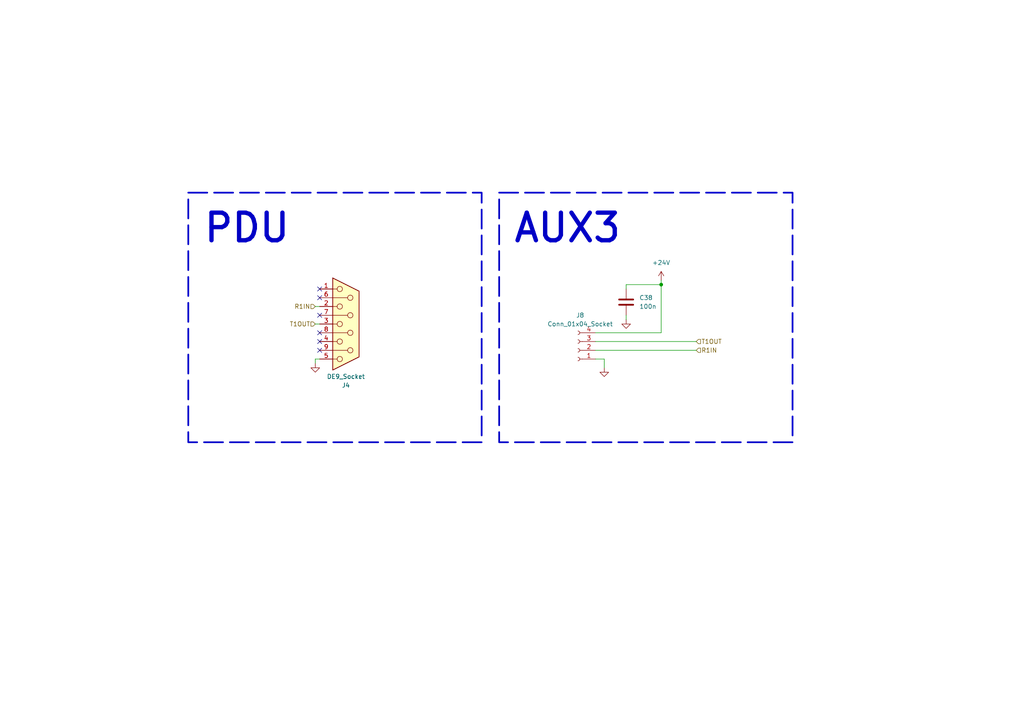
<source format=kicad_sch>
(kicad_sch
	(version 20250114)
	(generator "eeschema")
	(generator_version "9.0")
	(uuid "729751dd-990a-4407-bd16-fbf3e4487ece")
	(paper "A4")
	(lib_symbols
		(symbol "Connector:Conn_01x04_Socket"
			(pin_names
				(offset 1.016)
				(hide yes)
			)
			(exclude_from_sim no)
			(in_bom yes)
			(on_board yes)
			(property "Reference" "J"
				(at 0 5.08 0)
				(effects
					(font
						(size 1.27 1.27)
					)
				)
			)
			(property "Value" "Conn_01x04_Socket"
				(at 0 -7.62 0)
				(effects
					(font
						(size 1.27 1.27)
					)
				)
			)
			(property "Footprint" ""
				(at 0 0 0)
				(effects
					(font
						(size 1.27 1.27)
					)
					(hide yes)
				)
			)
			(property "Datasheet" "~"
				(at 0 0 0)
				(effects
					(font
						(size 1.27 1.27)
					)
					(hide yes)
				)
			)
			(property "Description" "Generic connector, single row, 01x04, script generated"
				(at 0 0 0)
				(effects
					(font
						(size 1.27 1.27)
					)
					(hide yes)
				)
			)
			(property "ki_locked" ""
				(at 0 0 0)
				(effects
					(font
						(size 1.27 1.27)
					)
				)
			)
			(property "ki_keywords" "connector"
				(at 0 0 0)
				(effects
					(font
						(size 1.27 1.27)
					)
					(hide yes)
				)
			)
			(property "ki_fp_filters" "Connector*:*_1x??_*"
				(at 0 0 0)
				(effects
					(font
						(size 1.27 1.27)
					)
					(hide yes)
				)
			)
			(symbol "Conn_01x04_Socket_1_1"
				(polyline
					(pts
						(xy -1.27 2.54) (xy -0.508 2.54)
					)
					(stroke
						(width 0.1524)
						(type default)
					)
					(fill
						(type none)
					)
				)
				(polyline
					(pts
						(xy -1.27 0) (xy -0.508 0)
					)
					(stroke
						(width 0.1524)
						(type default)
					)
					(fill
						(type none)
					)
				)
				(polyline
					(pts
						(xy -1.27 -2.54) (xy -0.508 -2.54)
					)
					(stroke
						(width 0.1524)
						(type default)
					)
					(fill
						(type none)
					)
				)
				(polyline
					(pts
						(xy -1.27 -5.08) (xy -0.508 -5.08)
					)
					(stroke
						(width 0.1524)
						(type default)
					)
					(fill
						(type none)
					)
				)
				(arc
					(start 0 2.032)
					(mid -0.5058 2.54)
					(end 0 3.048)
					(stroke
						(width 0.1524)
						(type default)
					)
					(fill
						(type none)
					)
				)
				(arc
					(start 0 -0.508)
					(mid -0.5058 0)
					(end 0 0.508)
					(stroke
						(width 0.1524)
						(type default)
					)
					(fill
						(type none)
					)
				)
				(arc
					(start 0 -3.048)
					(mid -0.5058 -2.54)
					(end 0 -2.032)
					(stroke
						(width 0.1524)
						(type default)
					)
					(fill
						(type none)
					)
				)
				(arc
					(start 0 -5.588)
					(mid -0.5058 -5.08)
					(end 0 -4.572)
					(stroke
						(width 0.1524)
						(type default)
					)
					(fill
						(type none)
					)
				)
				(pin passive line
					(at -5.08 2.54 0)
					(length 3.81)
					(name "Pin_1"
						(effects
							(font
								(size 1.27 1.27)
							)
						)
					)
					(number "1"
						(effects
							(font
								(size 1.27 1.27)
							)
						)
					)
				)
				(pin passive line
					(at -5.08 0 0)
					(length 3.81)
					(name "Pin_2"
						(effects
							(font
								(size 1.27 1.27)
							)
						)
					)
					(number "2"
						(effects
							(font
								(size 1.27 1.27)
							)
						)
					)
				)
				(pin passive line
					(at -5.08 -2.54 0)
					(length 3.81)
					(name "Pin_3"
						(effects
							(font
								(size 1.27 1.27)
							)
						)
					)
					(number "3"
						(effects
							(font
								(size 1.27 1.27)
							)
						)
					)
				)
				(pin passive line
					(at -5.08 -5.08 0)
					(length 3.81)
					(name "Pin_4"
						(effects
							(font
								(size 1.27 1.27)
							)
						)
					)
					(number "4"
						(effects
							(font
								(size 1.27 1.27)
							)
						)
					)
				)
			)
			(embedded_fonts no)
		)
		(symbol "Connector:DE9_Socket"
			(pin_names
				(offset 1.016)
				(hide yes)
			)
			(exclude_from_sim no)
			(in_bom yes)
			(on_board yes)
			(property "Reference" "J"
				(at 0 13.97 0)
				(effects
					(font
						(size 1.27 1.27)
					)
				)
			)
			(property "Value" "DE9_Socket"
				(at 0 -14.605 0)
				(effects
					(font
						(size 1.27 1.27)
					)
				)
			)
			(property "Footprint" ""
				(at 0 0 0)
				(effects
					(font
						(size 1.27 1.27)
					)
					(hide yes)
				)
			)
			(property "Datasheet" "~"
				(at 0 0 0)
				(effects
					(font
						(size 1.27 1.27)
					)
					(hide yes)
				)
			)
			(property "Description" "9-pin D-SUB connector, socket (female)"
				(at 0 0 0)
				(effects
					(font
						(size 1.27 1.27)
					)
					(hide yes)
				)
			)
			(property "ki_keywords" "DSUB DB9"
				(at 0 0 0)
				(effects
					(font
						(size 1.27 1.27)
					)
					(hide yes)
				)
			)
			(property "ki_fp_filters" "DSUB*Socket*"
				(at 0 0 0)
				(effects
					(font
						(size 1.27 1.27)
					)
					(hide yes)
				)
			)
			(symbol "DE9_Socket_0_1"
				(polyline
					(pts
						(xy -3.81 13.335) (xy -3.81 -13.335) (xy 3.81 -9.525) (xy 3.81 9.525) (xy -3.81 13.335)
					)
					(stroke
						(width 0.254)
						(type default)
					)
					(fill
						(type background)
					)
				)
				(polyline
					(pts
						(xy -3.81 10.16) (xy -2.54 10.16)
					)
					(stroke
						(width 0)
						(type default)
					)
					(fill
						(type none)
					)
				)
				(polyline
					(pts
						(xy -3.81 7.62) (xy 0.508 7.62)
					)
					(stroke
						(width 0)
						(type default)
					)
					(fill
						(type none)
					)
				)
				(polyline
					(pts
						(xy -3.81 5.08) (xy -2.54 5.08)
					)
					(stroke
						(width 0)
						(type default)
					)
					(fill
						(type none)
					)
				)
				(polyline
					(pts
						(xy -3.81 2.54) (xy 0.508 2.54)
					)
					(stroke
						(width 0)
						(type default)
					)
					(fill
						(type none)
					)
				)
				(polyline
					(pts
						(xy -3.81 0) (xy -2.54 0)
					)
					(stroke
						(width 0)
						(type default)
					)
					(fill
						(type none)
					)
				)
				(polyline
					(pts
						(xy -3.81 -2.54) (xy 0.508 -2.54)
					)
					(stroke
						(width 0)
						(type default)
					)
					(fill
						(type none)
					)
				)
				(polyline
					(pts
						(xy -3.81 -5.08) (xy -2.54 -5.08)
					)
					(stroke
						(width 0)
						(type default)
					)
					(fill
						(type none)
					)
				)
				(polyline
					(pts
						(xy -3.81 -7.62) (xy 0.508 -7.62)
					)
					(stroke
						(width 0)
						(type default)
					)
					(fill
						(type none)
					)
				)
				(polyline
					(pts
						(xy -3.81 -10.16) (xy -2.54 -10.16)
					)
					(stroke
						(width 0)
						(type default)
					)
					(fill
						(type none)
					)
				)
				(circle
					(center -1.778 10.16)
					(radius 0.762)
					(stroke
						(width 0)
						(type default)
					)
					(fill
						(type none)
					)
				)
				(circle
					(center -1.778 5.08)
					(radius 0.762)
					(stroke
						(width 0)
						(type default)
					)
					(fill
						(type none)
					)
				)
				(circle
					(center -1.778 0)
					(radius 0.762)
					(stroke
						(width 0)
						(type default)
					)
					(fill
						(type none)
					)
				)
				(circle
					(center -1.778 -5.08)
					(radius 0.762)
					(stroke
						(width 0)
						(type default)
					)
					(fill
						(type none)
					)
				)
				(circle
					(center -1.778 -10.16)
					(radius 0.762)
					(stroke
						(width 0)
						(type default)
					)
					(fill
						(type none)
					)
				)
				(circle
					(center 1.27 7.62)
					(radius 0.762)
					(stroke
						(width 0)
						(type default)
					)
					(fill
						(type none)
					)
				)
				(circle
					(center 1.27 2.54)
					(radius 0.762)
					(stroke
						(width 0)
						(type default)
					)
					(fill
						(type none)
					)
				)
				(circle
					(center 1.27 -2.54)
					(radius 0.762)
					(stroke
						(width 0)
						(type default)
					)
					(fill
						(type none)
					)
				)
				(circle
					(center 1.27 -7.62)
					(radius 0.762)
					(stroke
						(width 0)
						(type default)
					)
					(fill
						(type none)
					)
				)
			)
			(symbol "DE9_Socket_1_1"
				(pin passive line
					(at -7.62 10.16 0)
					(length 3.81)
					(name "1"
						(effects
							(font
								(size 1.27 1.27)
							)
						)
					)
					(number "1"
						(effects
							(font
								(size 1.27 1.27)
							)
						)
					)
				)
				(pin passive line
					(at -7.62 7.62 0)
					(length 3.81)
					(name "6"
						(effects
							(font
								(size 1.27 1.27)
							)
						)
					)
					(number "6"
						(effects
							(font
								(size 1.27 1.27)
							)
						)
					)
				)
				(pin passive line
					(at -7.62 5.08 0)
					(length 3.81)
					(name "2"
						(effects
							(font
								(size 1.27 1.27)
							)
						)
					)
					(number "2"
						(effects
							(font
								(size 1.27 1.27)
							)
						)
					)
				)
				(pin passive line
					(at -7.62 2.54 0)
					(length 3.81)
					(name "7"
						(effects
							(font
								(size 1.27 1.27)
							)
						)
					)
					(number "7"
						(effects
							(font
								(size 1.27 1.27)
							)
						)
					)
				)
				(pin passive line
					(at -7.62 0 0)
					(length 3.81)
					(name "3"
						(effects
							(font
								(size 1.27 1.27)
							)
						)
					)
					(number "3"
						(effects
							(font
								(size 1.27 1.27)
							)
						)
					)
				)
				(pin passive line
					(at -7.62 -2.54 0)
					(length 3.81)
					(name "8"
						(effects
							(font
								(size 1.27 1.27)
							)
						)
					)
					(number "8"
						(effects
							(font
								(size 1.27 1.27)
							)
						)
					)
				)
				(pin passive line
					(at -7.62 -5.08 0)
					(length 3.81)
					(name "4"
						(effects
							(font
								(size 1.27 1.27)
							)
						)
					)
					(number "4"
						(effects
							(font
								(size 1.27 1.27)
							)
						)
					)
				)
				(pin passive line
					(at -7.62 -7.62 0)
					(length 3.81)
					(name "9"
						(effects
							(font
								(size 1.27 1.27)
							)
						)
					)
					(number "9"
						(effects
							(font
								(size 1.27 1.27)
							)
						)
					)
				)
				(pin passive line
					(at -7.62 -10.16 0)
					(length 3.81)
					(name "5"
						(effects
							(font
								(size 1.27 1.27)
							)
						)
					)
					(number "5"
						(effects
							(font
								(size 1.27 1.27)
							)
						)
					)
				)
			)
			(embedded_fonts no)
		)
		(symbol "Device:C"
			(pin_numbers
				(hide yes)
			)
			(pin_names
				(offset 0.254)
			)
			(exclude_from_sim no)
			(in_bom yes)
			(on_board yes)
			(property "Reference" "C"
				(at 0.635 2.54 0)
				(effects
					(font
						(size 1.27 1.27)
					)
					(justify left)
				)
			)
			(property "Value" "C"
				(at 0.635 -2.54 0)
				(effects
					(font
						(size 1.27 1.27)
					)
					(justify left)
				)
			)
			(property "Footprint" ""
				(at 0.9652 -3.81 0)
				(effects
					(font
						(size 1.27 1.27)
					)
					(hide yes)
				)
			)
			(property "Datasheet" "~"
				(at 0 0 0)
				(effects
					(font
						(size 1.27 1.27)
					)
					(hide yes)
				)
			)
			(property "Description" "Unpolarized capacitor"
				(at 0 0 0)
				(effects
					(font
						(size 1.27 1.27)
					)
					(hide yes)
				)
			)
			(property "ki_keywords" "cap capacitor"
				(at 0 0 0)
				(effects
					(font
						(size 1.27 1.27)
					)
					(hide yes)
				)
			)
			(property "ki_fp_filters" "C_*"
				(at 0 0 0)
				(effects
					(font
						(size 1.27 1.27)
					)
					(hide yes)
				)
			)
			(symbol "C_0_1"
				(polyline
					(pts
						(xy -2.032 0.762) (xy 2.032 0.762)
					)
					(stroke
						(width 0.508)
						(type default)
					)
					(fill
						(type none)
					)
				)
				(polyline
					(pts
						(xy -2.032 -0.762) (xy 2.032 -0.762)
					)
					(stroke
						(width 0.508)
						(type default)
					)
					(fill
						(type none)
					)
				)
			)
			(symbol "C_1_1"
				(pin passive line
					(at 0 3.81 270)
					(length 2.794)
					(name "~"
						(effects
							(font
								(size 1.27 1.27)
							)
						)
					)
					(number "1"
						(effects
							(font
								(size 1.27 1.27)
							)
						)
					)
				)
				(pin passive line
					(at 0 -3.81 90)
					(length 2.794)
					(name "~"
						(effects
							(font
								(size 1.27 1.27)
							)
						)
					)
					(number "2"
						(effects
							(font
								(size 1.27 1.27)
							)
						)
					)
				)
			)
			(embedded_fonts no)
		)
		(symbol "power:+24V"
			(power)
			(pin_numbers
				(hide yes)
			)
			(pin_names
				(offset 0)
				(hide yes)
			)
			(exclude_from_sim no)
			(in_bom yes)
			(on_board yes)
			(property "Reference" "#PWR"
				(at 0 -3.81 0)
				(effects
					(font
						(size 1.27 1.27)
					)
					(hide yes)
				)
			)
			(property "Value" "+24V"
				(at 0 3.556 0)
				(effects
					(font
						(size 1.27 1.27)
					)
				)
			)
			(property "Footprint" ""
				(at 0 0 0)
				(effects
					(font
						(size 1.27 1.27)
					)
					(hide yes)
				)
			)
			(property "Datasheet" ""
				(at 0 0 0)
				(effects
					(font
						(size 1.27 1.27)
					)
					(hide yes)
				)
			)
			(property "Description" "Power symbol creates a global label with name \"+24V\""
				(at 0 0 0)
				(effects
					(font
						(size 1.27 1.27)
					)
					(hide yes)
				)
			)
			(property "ki_keywords" "global power"
				(at 0 0 0)
				(effects
					(font
						(size 1.27 1.27)
					)
					(hide yes)
				)
			)
			(symbol "+24V_0_1"
				(polyline
					(pts
						(xy -0.762 1.27) (xy 0 2.54)
					)
					(stroke
						(width 0)
						(type default)
					)
					(fill
						(type none)
					)
				)
				(polyline
					(pts
						(xy 0 2.54) (xy 0.762 1.27)
					)
					(stroke
						(width 0)
						(type default)
					)
					(fill
						(type none)
					)
				)
				(polyline
					(pts
						(xy 0 0) (xy 0 2.54)
					)
					(stroke
						(width 0)
						(type default)
					)
					(fill
						(type none)
					)
				)
			)
			(symbol "+24V_1_1"
				(pin power_in line
					(at 0 0 90)
					(length 0)
					(name "~"
						(effects
							(font
								(size 1.27 1.27)
							)
						)
					)
					(number "1"
						(effects
							(font
								(size 1.27 1.27)
							)
						)
					)
				)
			)
			(embedded_fonts no)
		)
		(symbol "power:GND"
			(power)
			(pin_numbers
				(hide yes)
			)
			(pin_names
				(offset 0)
				(hide yes)
			)
			(exclude_from_sim no)
			(in_bom yes)
			(on_board yes)
			(property "Reference" "#PWR"
				(at 0 -6.35 0)
				(effects
					(font
						(size 1.27 1.27)
					)
					(hide yes)
				)
			)
			(property "Value" "GND"
				(at 0 -3.81 0)
				(effects
					(font
						(size 1.27 1.27)
					)
				)
			)
			(property "Footprint" ""
				(at 0 0 0)
				(effects
					(font
						(size 1.27 1.27)
					)
					(hide yes)
				)
			)
			(property "Datasheet" ""
				(at 0 0 0)
				(effects
					(font
						(size 1.27 1.27)
					)
					(hide yes)
				)
			)
			(property "Description" "Power symbol creates a global label with name \"GND\" , ground"
				(at 0 0 0)
				(effects
					(font
						(size 1.27 1.27)
					)
					(hide yes)
				)
			)
			(property "ki_keywords" "global power"
				(at 0 0 0)
				(effects
					(font
						(size 1.27 1.27)
					)
					(hide yes)
				)
			)
			(symbol "GND_0_1"
				(polyline
					(pts
						(xy 0 0) (xy 0 -1.27) (xy 1.27 -1.27) (xy 0 -2.54) (xy -1.27 -1.27) (xy 0 -1.27)
					)
					(stroke
						(width 0)
						(type default)
					)
					(fill
						(type none)
					)
				)
			)
			(symbol "GND_1_1"
				(pin power_in line
					(at 0 0 270)
					(length 0)
					(name "~"
						(effects
							(font
								(size 1.27 1.27)
							)
						)
					)
					(number "1"
						(effects
							(font
								(size 1.27 1.27)
							)
						)
					)
				)
			)
			(embedded_fonts no)
		)
	)
	(rectangle
		(start 54.61 55.88)
		(end 139.7 128.27)
		(stroke
			(width 0.5)
			(type dash)
		)
		(fill
			(type none)
		)
		(uuid ade2bdb7-3805-44f6-84fc-2a6e26db9be5)
	)
	(rectangle
		(start 144.78 55.88)
		(end 229.87 128.27)
		(stroke
			(width 0.5)
			(type dash)
		)
		(fill
			(type none)
		)
		(uuid e4aa262b-28d3-4bbc-9f6f-5827a8bcc721)
	)
	(text "AUX3"
		(exclude_from_sim no)
		(at 164.592 66.294 0)
		(effects
			(font
				(size 8 8)
				(thickness 1.25)
			)
		)
		(uuid "6a38c9e7-c8fb-4946-8102-74cc9815ae23")
	)
	(text "PDU"
		(exclude_from_sim no)
		(at 71.628 66.294 0)
		(effects
			(font
				(size 8 8)
				(thickness 1.25)
			)
		)
		(uuid "df766ac4-d20d-4062-968c-8487257fa21a")
	)
	(junction
		(at 191.77 82.55)
		(diameter 0)
		(color 0 0 0 0)
		(uuid "d53431dc-ba48-4410-ab70-34fd46776f43")
	)
	(no_connect
		(at 92.71 83.82)
		(uuid "2d3319da-ba94-4f47-a350-fb7199dd647d")
	)
	(no_connect
		(at 92.71 99.06)
		(uuid "41c9a56a-993f-4896-a168-9075d9199595")
	)
	(no_connect
		(at 92.71 91.44)
		(uuid "464bdf46-5699-4987-a05f-2d88f80d2ca9")
	)
	(no_connect
		(at 92.71 96.52)
		(uuid "6870b306-2e1e-4592-a408-67f4a155fdd9")
	)
	(no_connect
		(at 92.71 101.6)
		(uuid "a49c98aa-17a1-495e-9ba5-0dddf4b1c418")
	)
	(no_connect
		(at 92.71 86.36)
		(uuid "fb21ff10-2881-482e-8967-95cebf5c86b1")
	)
	(wire
		(pts
			(xy 191.77 82.55) (xy 191.77 96.52)
		)
		(stroke
			(width 0)
			(type default)
		)
		(uuid "2796f6cc-1cb8-4466-aff3-273cc4912007")
	)
	(wire
		(pts
			(xy 92.71 93.98) (xy 91.44 93.98)
		)
		(stroke
			(width 0)
			(type default)
		)
		(uuid "380918c6-3670-47b5-8c65-45ff9df6a872")
	)
	(wire
		(pts
			(xy 181.61 82.55) (xy 191.77 82.55)
		)
		(stroke
			(width 0)
			(type default)
		)
		(uuid "4f7c71f2-c669-4472-aeab-186f15fad162")
	)
	(wire
		(pts
			(xy 92.71 88.9) (xy 91.44 88.9)
		)
		(stroke
			(width 0)
			(type default)
		)
		(uuid "5c6e8313-34b7-479c-a0c4-0efdfffc38a8")
	)
	(wire
		(pts
			(xy 172.72 99.06) (xy 201.93 99.06)
		)
		(stroke
			(width 0)
			(type default)
		)
		(uuid "715043c0-2739-4c9e-89d6-7521b0116522")
	)
	(wire
		(pts
			(xy 181.61 83.82) (xy 181.61 82.55)
		)
		(stroke
			(width 0)
			(type default)
		)
		(uuid "7c5e29ba-d031-4e06-bdc5-ddd70da5f23c")
	)
	(wire
		(pts
			(xy 175.26 106.68) (xy 175.26 104.14)
		)
		(stroke
			(width 0)
			(type default)
		)
		(uuid "850ab786-8bf1-467e-ba7f-697175e2217f")
	)
	(wire
		(pts
			(xy 172.72 96.52) (xy 191.77 96.52)
		)
		(stroke
			(width 0)
			(type default)
		)
		(uuid "982fe574-d92a-4d97-99ee-545e5863fce8")
	)
	(wire
		(pts
			(xy 181.61 91.44) (xy 181.61 92.71)
		)
		(stroke
			(width 0)
			(type default)
		)
		(uuid "99ddb6f5-f6c8-4a0a-a4d3-64930fe30c47")
	)
	(wire
		(pts
			(xy 172.72 101.6) (xy 201.93 101.6)
		)
		(stroke
			(width 0)
			(type default)
		)
		(uuid "b933ec8a-de69-48f2-b328-ac1b4001218b")
	)
	(wire
		(pts
			(xy 91.44 104.14) (xy 92.71 104.14)
		)
		(stroke
			(width 0)
			(type default)
		)
		(uuid "c715afa8-ec34-4a5d-8e47-3cb3b340bf87")
	)
	(wire
		(pts
			(xy 175.26 104.14) (xy 172.72 104.14)
		)
		(stroke
			(width 0)
			(type default)
		)
		(uuid "d20c0f33-6409-49f6-9551-a832cf527d88")
	)
	(wire
		(pts
			(xy 91.44 105.41) (xy 91.44 104.14)
		)
		(stroke
			(width 0)
			(type default)
		)
		(uuid "e38924a9-f9cb-4eba-a244-8e6ad7ac624f")
	)
	(wire
		(pts
			(xy 191.77 81.28) (xy 191.77 82.55)
		)
		(stroke
			(width 0)
			(type default)
		)
		(uuid "f2f4c14c-309d-46cf-aac5-f616eb98dcc3")
	)
	(hierarchical_label "R1IN"
		(shape input)
		(at 201.93 101.6 0)
		(effects
			(font
				(size 1.27 1.27)
			)
			(justify left)
		)
		(uuid "18fbd227-8dcd-4583-9a67-d2641f4f63ad")
	)
	(hierarchical_label "T1OUT"
		(shape input)
		(at 91.44 93.98 180)
		(effects
			(font
				(size 1.27 1.27)
			)
			(justify right)
		)
		(uuid "5f215b51-169c-4076-9247-67ccc626cca8")
	)
	(hierarchical_label "R1IN"
		(shape input)
		(at 91.44 88.9 180)
		(effects
			(font
				(size 1.27 1.27)
			)
			(justify right)
		)
		(uuid "8a0fb6e3-b464-41fa-b6a4-9525fc11d105")
	)
	(hierarchical_label "T1OUT"
		(shape input)
		(at 201.93 99.06 0)
		(effects
			(font
				(size 1.27 1.27)
			)
			(justify left)
		)
		(uuid "d62f3533-c5e4-48e1-8494-8a0772c07b8d")
	)
	(symbol
		(lib_id "power:GND")
		(at 91.44 105.41 0)
		(unit 1)
		(exclude_from_sim no)
		(in_bom yes)
		(on_board yes)
		(dnp no)
		(fields_autoplaced yes)
		(uuid "0268ecc6-22e6-4263-b63c-85871636c71c")
		(property "Reference" "#PWR022"
			(at 91.44 111.76 0)
			(effects
				(font
					(size 1.27 1.27)
				)
				(hide yes)
			)
		)
		(property "Value" "GND"
			(at 91.44 110.49 0)
			(effects
				(font
					(size 1.27 1.27)
				)
				(hide yes)
			)
		)
		(property "Footprint" ""
			(at 91.44 105.41 0)
			(effects
				(font
					(size 1.27 1.27)
				)
				(hide yes)
			)
		)
		(property "Datasheet" ""
			(at 91.44 105.41 0)
			(effects
				(font
					(size 1.27 1.27)
				)
				(hide yes)
			)
		)
		(property "Description" "Power symbol creates a global label with name \"GND\" , ground"
			(at 91.44 105.41 0)
			(effects
				(font
					(size 1.27 1.27)
				)
				(hide yes)
			)
		)
		(pin "1"
			(uuid "98df8ceb-383e-4b67-b91b-d411cc69e449")
		)
		(instances
			(project ""
				(path "/519cd8d4-bb93-4bd2-8d6d-fc5bc7100516/03bd7452-4eb1-4846-bbdf-5e42b99a9a88"
					(reference "#PWR022")
					(unit 1)
				)
			)
		)
	)
	(symbol
		(lib_id "Device:C")
		(at 181.61 87.63 0)
		(unit 1)
		(exclude_from_sim no)
		(in_bom yes)
		(on_board yes)
		(dnp no)
		(fields_autoplaced yes)
		(uuid "26615ff3-64ac-448f-81b3-cdabf82b87c4")
		(property "Reference" "C38"
			(at 185.42 86.3599 0)
			(effects
				(font
					(size 1.27 1.27)
				)
				(justify left)
			)
		)
		(property "Value" "100n"
			(at 185.42 88.8999 0)
			(effects
				(font
					(size 1.27 1.27)
				)
				(justify left)
			)
		)
		(property "Footprint" "Capacitor_SMD:C_0402_1005Metric"
			(at 182.5752 91.44 0)
			(effects
				(font
					(size 1.27 1.27)
				)
				(hide yes)
			)
		)
		(property "Datasheet" "~"
			(at 181.61 87.63 0)
			(effects
				(font
					(size 1.27 1.27)
				)
				(hide yes)
			)
		)
		(property "Description" "Unpolarized capacitor"
			(at 181.61 87.63 0)
			(effects
				(font
					(size 1.27 1.27)
				)
				(hide yes)
			)
		)
		(pin "1"
			(uuid "b9b65c17-2bb2-4906-9619-3e5594e38c35")
		)
		(pin "2"
			(uuid "f511cc92-faf7-42f0-b93c-de4875cf09d7")
		)
		(instances
			(project "Input_Eve_V1.0"
				(path "/519cd8d4-bb93-4bd2-8d6d-fc5bc7100516/03bd7452-4eb1-4846-bbdf-5e42b99a9a88"
					(reference "C38")
					(unit 1)
				)
			)
		)
	)
	(symbol
		(lib_id "power:GND")
		(at 175.26 106.68 0)
		(unit 1)
		(exclude_from_sim no)
		(in_bom yes)
		(on_board yes)
		(dnp no)
		(fields_autoplaced yes)
		(uuid "43a0aae9-881f-47fb-a61c-174d724a9397")
		(property "Reference" "#PWR035"
			(at 175.26 113.03 0)
			(effects
				(font
					(size 1.27 1.27)
				)
				(hide yes)
			)
		)
		(property "Value" "GND"
			(at 175.26 111.76 0)
			(effects
				(font
					(size 1.27 1.27)
				)
				(hide yes)
			)
		)
		(property "Footprint" ""
			(at 175.26 106.68 0)
			(effects
				(font
					(size 1.27 1.27)
				)
				(hide yes)
			)
		)
		(property "Datasheet" ""
			(at 175.26 106.68 0)
			(effects
				(font
					(size 1.27 1.27)
				)
				(hide yes)
			)
		)
		(property "Description" "Power symbol creates a global label with name \"GND\" , ground"
			(at 175.26 106.68 0)
			(effects
				(font
					(size 1.27 1.27)
				)
				(hide yes)
			)
		)
		(pin "1"
			(uuid "8574e98b-89b6-469a-8781-e13d91bb4313")
		)
		(instances
			(project "Input_Eve_V1.0"
				(path "/519cd8d4-bb93-4bd2-8d6d-fc5bc7100516/03bd7452-4eb1-4846-bbdf-5e42b99a9a88"
					(reference "#PWR035")
					(unit 1)
				)
			)
		)
	)
	(symbol
		(lib_id "Connector:DE9_Socket")
		(at 100.33 93.98 0)
		(unit 1)
		(exclude_from_sim no)
		(in_bom yes)
		(on_board yes)
		(dnp no)
		(fields_autoplaced yes)
		(uuid "6206e27c-f126-4d53-8d22-6c804fe3e44a")
		(property "Reference" "J4"
			(at 100.33 111.76 0)
			(effects
				(font
					(size 1.27 1.27)
				)
			)
		)
		(property "Value" "DE9_Socket"
			(at 100.33 109.22 0)
			(effects
				(font
					(size 1.27 1.27)
				)
			)
		)
		(property "Footprint" ""
			(at 100.33 93.98 0)
			(effects
				(font
					(size 1.27 1.27)
				)
				(hide yes)
			)
		)
		(property "Datasheet" "~"
			(at 100.33 93.98 0)
			(effects
				(font
					(size 1.27 1.27)
				)
				(hide yes)
			)
		)
		(property "Description" "9-pin D-SUB connector, socket (female)"
			(at 100.33 93.98 0)
			(effects
				(font
					(size 1.27 1.27)
				)
				(hide yes)
			)
		)
		(pin "5"
			(uuid "5bae2104-3013-4d10-a769-37889df7c1ad")
		)
		(pin "7"
			(uuid "d67efe59-7e08-478d-bc90-4f1a60312fc6")
		)
		(pin "1"
			(uuid "89a7c3c2-5f4a-4c4c-8d87-037b0025a832")
		)
		(pin "3"
			(uuid "b54fcdcb-77b3-4848-b412-138f0b16dc0a")
		)
		(pin "4"
			(uuid "9d2c92b0-b5a2-41b3-9b45-09f676725c14")
		)
		(pin "9"
			(uuid "c787c6f4-3c5b-4377-89cf-068c806e1a50")
		)
		(pin "2"
			(uuid "1bd48fda-f83b-4a3e-9931-1a116c326bff")
		)
		(pin "6"
			(uuid "53674f4b-3bf2-4a5c-ae4f-1d804c6948b7")
		)
		(pin "8"
			(uuid "f374feb8-bc0d-4b64-8695-c56a6718aa07")
		)
		(instances
			(project ""
				(path "/519cd8d4-bb93-4bd2-8d6d-fc5bc7100516/03bd7452-4eb1-4846-bbdf-5e42b99a9a88"
					(reference "J4")
					(unit 1)
				)
			)
		)
	)
	(symbol
		(lib_id "Connector:Conn_01x04_Socket")
		(at 167.64 101.6 180)
		(unit 1)
		(exclude_from_sim no)
		(in_bom yes)
		(on_board yes)
		(dnp no)
		(fields_autoplaced yes)
		(uuid "765d720d-15ff-4915-b366-bcda5df351fb")
		(property "Reference" "J8"
			(at 168.275 91.44 0)
			(effects
				(font
					(size 1.27 1.27)
				)
			)
		)
		(property "Value" "Conn_01x04_Socket"
			(at 168.275 93.98 0)
			(effects
				(font
					(size 1.27 1.27)
				)
			)
		)
		(property "Footprint" ""
			(at 167.64 101.6 0)
			(effects
				(font
					(size 1.27 1.27)
				)
				(hide yes)
			)
		)
		(property "Datasheet" "~"
			(at 167.64 101.6 0)
			(effects
				(font
					(size 1.27 1.27)
				)
				(hide yes)
			)
		)
		(property "Description" "Generic connector, single row, 01x04, script generated"
			(at 167.64 101.6 0)
			(effects
				(font
					(size 1.27 1.27)
				)
				(hide yes)
			)
		)
		(pin "1"
			(uuid "35181867-f1d3-4833-9cc6-0bd041c9f9c1")
		)
		(pin "2"
			(uuid "4e43a775-afe9-4e1a-9c9c-4b550ba151d5")
		)
		(pin "3"
			(uuid "dab7c042-85e3-4518-9d10-1f6369fbc1ad")
		)
		(pin "4"
			(uuid "1be5ea74-00b5-410f-986c-c69a1dc7a75c")
		)
		(instances
			(project "Input_Eve_V1.0"
				(path "/519cd8d4-bb93-4bd2-8d6d-fc5bc7100516/03bd7452-4eb1-4846-bbdf-5e42b99a9a88"
					(reference "J8")
					(unit 1)
				)
			)
		)
	)
	(symbol
		(lib_id "power:+24V")
		(at 191.77 81.28 0)
		(unit 1)
		(exclude_from_sim no)
		(in_bom yes)
		(on_board yes)
		(dnp no)
		(fields_autoplaced yes)
		(uuid "8a8554cd-497c-4e41-9017-a8426fe2e4c3")
		(property "Reference" "#PWR038"
			(at 191.77 85.09 0)
			(effects
				(font
					(size 1.27 1.27)
				)
				(hide yes)
			)
		)
		(property "Value" "+24V"
			(at 191.77 76.2 0)
			(effects
				(font
					(size 1.27 1.27)
				)
			)
		)
		(property "Footprint" ""
			(at 191.77 81.28 0)
			(effects
				(font
					(size 1.27 1.27)
				)
				(hide yes)
			)
		)
		(property "Datasheet" ""
			(at 191.77 81.28 0)
			(effects
				(font
					(size 1.27 1.27)
				)
				(hide yes)
			)
		)
		(property "Description" "Power symbol creates a global label with name \"+24V\""
			(at 191.77 81.28 0)
			(effects
				(font
					(size 1.27 1.27)
				)
				(hide yes)
			)
		)
		(pin "1"
			(uuid "f41cb088-2891-4e6b-9b18-52dd8312d875")
		)
		(instances
			(project "Input_Eve_V1.0"
				(path "/519cd8d4-bb93-4bd2-8d6d-fc5bc7100516/03bd7452-4eb1-4846-bbdf-5e42b99a9a88"
					(reference "#PWR038")
					(unit 1)
				)
			)
		)
	)
	(symbol
		(lib_id "power:GND")
		(at 181.61 92.71 0)
		(unit 1)
		(exclude_from_sim no)
		(in_bom yes)
		(on_board yes)
		(dnp no)
		(fields_autoplaced yes)
		(uuid "cfeaa664-c19e-4d76-8982-dcbfb27268cc")
		(property "Reference" "#PWR036"
			(at 181.61 99.06 0)
			(effects
				(font
					(size 1.27 1.27)
				)
				(hide yes)
			)
		)
		(property "Value" "GND"
			(at 181.61 97.79 0)
			(effects
				(font
					(size 1.27 1.27)
				)
				(hide yes)
			)
		)
		(property "Footprint" ""
			(at 181.61 92.71 0)
			(effects
				(font
					(size 1.27 1.27)
				)
				(hide yes)
			)
		)
		(property "Datasheet" ""
			(at 181.61 92.71 0)
			(effects
				(font
					(size 1.27 1.27)
				)
				(hide yes)
			)
		)
		(property "Description" "Power symbol creates a global label with name \"GND\" , ground"
			(at 181.61 92.71 0)
			(effects
				(font
					(size 1.27 1.27)
				)
				(hide yes)
			)
		)
		(pin "1"
			(uuid "ebba7b09-f65c-4bda-a3a7-58085366bfc4")
		)
		(instances
			(project "Input_Eve_V1.0"
				(path "/519cd8d4-bb93-4bd2-8d6d-fc5bc7100516/03bd7452-4eb1-4846-bbdf-5e42b99a9a88"
					(reference "#PWR036")
					(unit 1)
				)
			)
		)
	)
)

</source>
